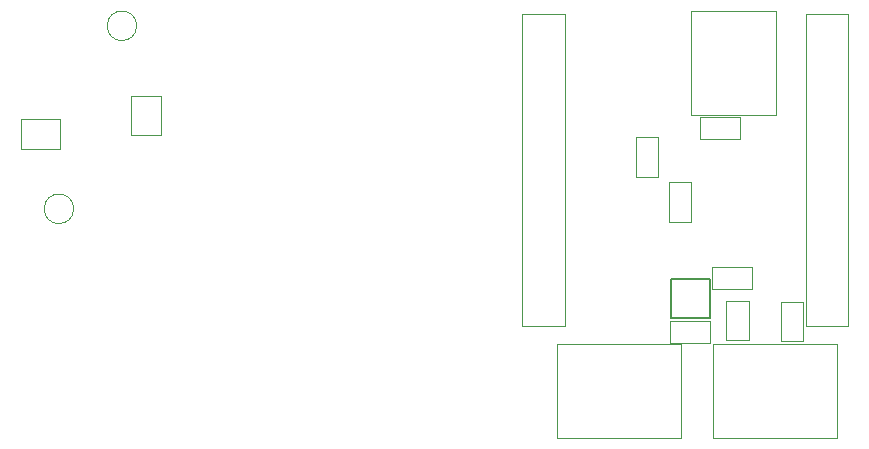
<source format=gbr>
G04 #@! TF.GenerationSoftware,KiCad,Pcbnew,5.1.1-8be2ce7~80~ubuntu18.10.1*
G04 #@! TF.CreationDate,2019-05-27T00:45:37+08:00*
G04 #@! TF.ProjectId,tas2562_dev_pcb,74617332-3536-4325-9f64-65765f706362,rev?*
G04 #@! TF.SameCoordinates,Original*
G04 #@! TF.FileFunction,Other,User*
%FSLAX46Y46*%
G04 Gerber Fmt 4.6, Leading zero omitted, Abs format (unit mm)*
G04 Created by KiCad (PCBNEW 5.1.1-8be2ce7~80~ubuntu18.10.1) date 2019-05-27 00:45:37*
%MOMM*%
%LPD*%
G04 APERTURE LIST*
%ADD10C,0.152400*%
%ADD11C,0.050000*%
G04 APERTURE END LIST*
D10*
X163054000Y-104254000D02*
X159746000Y-104254000D01*
X163054000Y-100946000D02*
X163054000Y-104254000D01*
X159746000Y-100946000D02*
X163054000Y-100946000D01*
X159746000Y-104254000D02*
X159746000Y-100946000D01*
D11*
X147196400Y-104924000D02*
X150796400Y-104924000D01*
X147196400Y-78474000D02*
X147196400Y-104924000D01*
X150796400Y-78474000D02*
X147196400Y-78474000D01*
X150796400Y-104924000D02*
X150796400Y-78474000D01*
X174774000Y-78464000D02*
X171174000Y-78464000D01*
X174774000Y-104914000D02*
X174774000Y-78464000D01*
X171174000Y-104914000D02*
X174774000Y-104914000D01*
X171174000Y-78464000D02*
X171174000Y-104914000D01*
X161478000Y-92729500D02*
X161478000Y-96089500D01*
X159578000Y-92729500D02*
X161478000Y-92729500D01*
X159578000Y-96089500D02*
X159578000Y-92729500D01*
X161478000Y-96089500D02*
X159578000Y-96089500D01*
X158684000Y-92279500D02*
X156784000Y-92279500D01*
X156784000Y-92279500D02*
X156784000Y-88919500D01*
X156784000Y-88919500D02*
X158684000Y-88919500D01*
X158684000Y-88919500D02*
X158684000Y-92279500D01*
X165588500Y-87188000D02*
X165588500Y-89088000D01*
X165588500Y-89088000D02*
X162228500Y-89088000D01*
X162228500Y-89088000D02*
X162228500Y-87188000D01*
X162228500Y-87188000D02*
X165588500Y-87188000D01*
X166604500Y-101788000D02*
X163244500Y-101788000D01*
X166604500Y-99888000D02*
X166604500Y-101788000D01*
X163244500Y-99888000D02*
X166604500Y-99888000D01*
X163244500Y-101788000D02*
X163244500Y-99888000D01*
X159688500Y-104460000D02*
X163048500Y-104460000D01*
X159688500Y-106360000D02*
X159688500Y-104460000D01*
X163048500Y-106360000D02*
X159688500Y-106360000D01*
X163048500Y-104460000D02*
X163048500Y-106360000D01*
X150090000Y-106400000D02*
X160590000Y-106400000D01*
X150090000Y-106400000D02*
X150090000Y-114400000D01*
X160590000Y-114400000D02*
X160590000Y-106400000D01*
X160590000Y-114400000D02*
X150090000Y-114400000D01*
X170950000Y-106217500D02*
X169050000Y-106217500D01*
X169050000Y-106217500D02*
X169050000Y-102857500D01*
X169050000Y-102857500D02*
X170950000Y-102857500D01*
X170950000Y-102857500D02*
X170950000Y-106217500D01*
X164450000Y-106142500D02*
X164450000Y-102782500D01*
X166350000Y-106142500D02*
X164450000Y-106142500D01*
X166350000Y-102782500D02*
X166350000Y-106142500D01*
X164450000Y-102782500D02*
X166350000Y-102782500D01*
X173790000Y-114400000D02*
X163290000Y-114400000D01*
X173790000Y-114400000D02*
X173790000Y-106400000D01*
X163290000Y-106400000D02*
X163290000Y-114400000D01*
X163290000Y-106400000D02*
X173790000Y-106400000D01*
X114534000Y-79502000D02*
G75*
G03X114534000Y-79502000I-1250000J0D01*
G01*
X109200000Y-94996000D02*
G75*
G03X109200000Y-94996000I-1250000J0D01*
G01*
X161500000Y-78252000D02*
X161500000Y-87052000D01*
X168700000Y-78252000D02*
X161500000Y-78252000D01*
X168700000Y-87052000D02*
X168700000Y-78252000D01*
X161500000Y-87052000D02*
X168700000Y-87052000D01*
X108039000Y-89896000D02*
X104739000Y-89896000D01*
X108039000Y-89896000D02*
X108039000Y-87396000D01*
X104739000Y-87396000D02*
X104739000Y-89896000D01*
X104739000Y-87396000D02*
X108039000Y-87396000D01*
X114066000Y-88735000D02*
X114066000Y-85435000D01*
X114066000Y-88735000D02*
X116566000Y-88735000D01*
X116566000Y-85435000D02*
X114066000Y-85435000D01*
X116566000Y-85435000D02*
X116566000Y-88735000D01*
M02*

</source>
